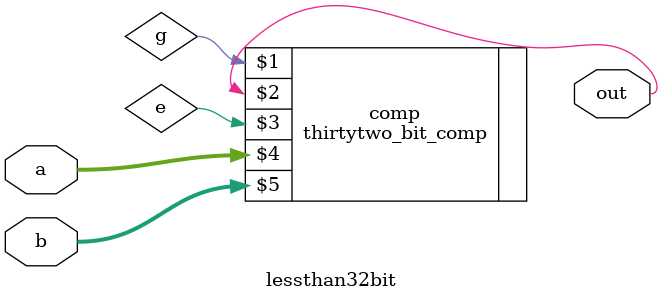
<source format=v>
module lessthan32bit(output out , input[31:0] a ,  input[31:0] b);
	wire g,e;
	thirtytwo_bit_comp comp(g, out, e, a, b);
endmodule

</source>
